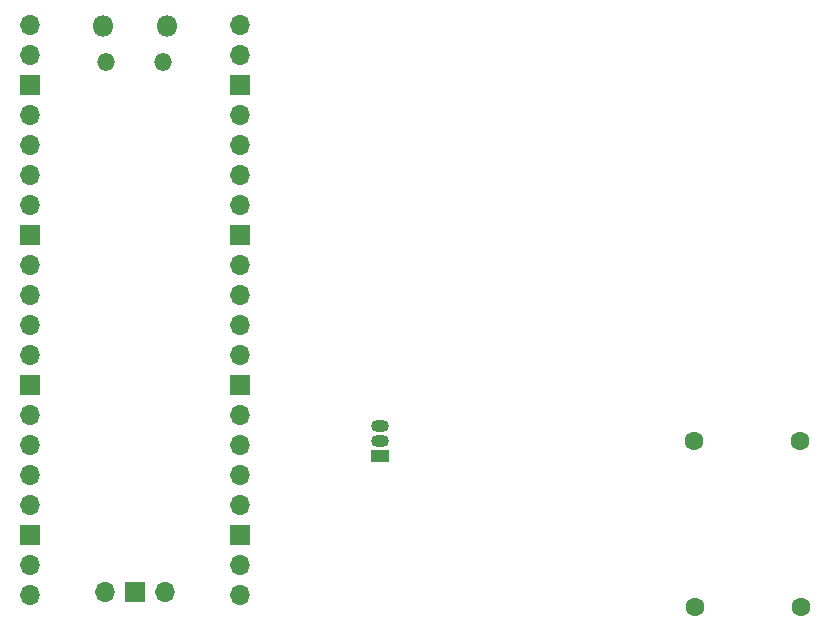
<source format=gbr>
%TF.GenerationSoftware,KiCad,Pcbnew,8.0.0*%
%TF.CreationDate,2024-04-01T11:29:53-03:00*%
%TF.ProjectId,Aula-pcb,41756c61-2d70-4636-922e-6b696361645f,rev?*%
%TF.SameCoordinates,Original*%
%TF.FileFunction,Soldermask,Bot*%
%TF.FilePolarity,Negative*%
%FSLAX46Y46*%
G04 Gerber Fmt 4.6, Leading zero omitted, Abs format (unit mm)*
G04 Created by KiCad (PCBNEW 8.0.0) date 2024-04-01 11:29:53*
%MOMM*%
%LPD*%
G01*
G04 APERTURE LIST*
%ADD10C,1.600000*%
%ADD11R,1.500000X1.050000*%
%ADD12O,1.500000X1.050000*%
%ADD13O,1.800000X1.800000*%
%ADD14O,1.500000X1.500000*%
%ADD15O,1.700000X1.700000*%
%ADD16R,1.700000X1.700000*%
G04 APERTURE END LIST*
D10*
%TO.C,R2*%
X222045000Y-123000000D03*
X231045000Y-123000000D03*
%TD*%
%TO.C,R1*%
X230955000Y-109000000D03*
X221955000Y-109000000D03*
%TD*%
D11*
%TO.C,Q1*%
X195360000Y-110270000D03*
D12*
X195360000Y-109000000D03*
X195360000Y-107730000D03*
%TD*%
D13*
%TO.C,U1*%
X171885000Y-73870000D03*
D14*
X172185000Y-76900000D03*
X177035000Y-76900000D03*
D13*
X177335000Y-73870000D03*
D15*
X165720000Y-73740000D03*
X165720000Y-76280000D03*
D16*
X165720000Y-78820000D03*
D15*
X165720000Y-81360000D03*
X165720000Y-83900000D03*
X165720000Y-86440000D03*
X165720000Y-88980000D03*
D16*
X165720000Y-91520000D03*
D15*
X165720000Y-94060000D03*
X165720000Y-96600000D03*
X165720000Y-99140000D03*
X165720000Y-101680000D03*
D16*
X165720000Y-104220000D03*
D15*
X165720000Y-106760000D03*
X165720000Y-109300000D03*
X165720000Y-111840000D03*
X165720000Y-114380000D03*
D16*
X165720000Y-116920000D03*
D15*
X165720000Y-119460000D03*
X165720000Y-122000000D03*
X183500000Y-122000000D03*
X183500000Y-119460000D03*
D16*
X183500000Y-116920000D03*
D15*
X183500000Y-114380000D03*
X183500000Y-111840000D03*
X183500000Y-109300000D03*
X183500000Y-106760000D03*
D16*
X183500000Y-104220000D03*
D15*
X183500000Y-101680000D03*
X183500000Y-99140000D03*
X183500000Y-96600000D03*
X183500000Y-94060000D03*
D16*
X183500000Y-91520000D03*
D15*
X183500000Y-88980000D03*
X183500000Y-86440000D03*
X183500000Y-83900000D03*
X183500000Y-81360000D03*
D16*
X183500000Y-78820000D03*
D15*
X183500000Y-76280000D03*
X183500000Y-73740000D03*
X172070000Y-121770000D03*
D16*
X174610000Y-121770000D03*
D15*
X177150000Y-121770000D03*
%TD*%
M02*

</source>
